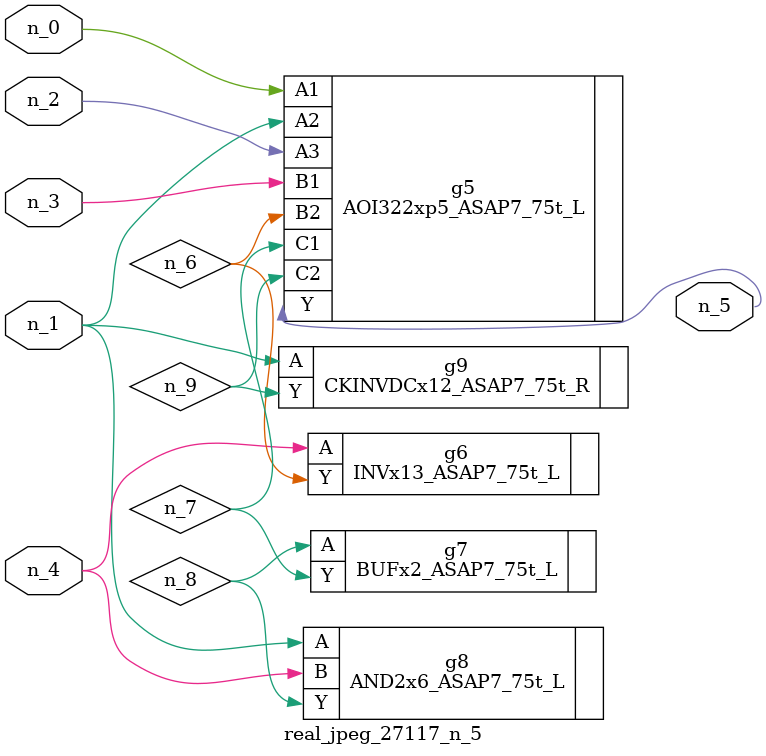
<source format=v>
module real_jpeg_27117_n_5 (n_4, n_0, n_1, n_2, n_3, n_5);

input n_4;
input n_0;
input n_1;
input n_2;
input n_3;

output n_5;

wire n_8;
wire n_6;
wire n_7;
wire n_9;

AOI322xp5_ASAP7_75t_L g5 ( 
.A1(n_0),
.A2(n_1),
.A3(n_2),
.B1(n_3),
.B2(n_6),
.C1(n_7),
.C2(n_9),
.Y(n_5)
);

AND2x6_ASAP7_75t_L g8 ( 
.A(n_1),
.B(n_4),
.Y(n_8)
);

CKINVDCx12_ASAP7_75t_R g9 ( 
.A(n_1),
.Y(n_9)
);

INVx13_ASAP7_75t_L g6 ( 
.A(n_4),
.Y(n_6)
);

BUFx2_ASAP7_75t_L g7 ( 
.A(n_8),
.Y(n_7)
);


endmodule
</source>
